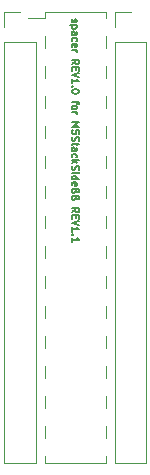
<source format=gbr>
G04 #@! TF.GenerationSoftware,KiCad,Pcbnew,5.0.0-rc3-6a2723a~65~ubuntu17.10.1*
G04 #@! TF.CreationDate,2018-07-07T11:56:26+09:00*
G04 #@! TF.ProjectId,spacer_pcb,7370616365725F7063622E6B69636164,rev?*
G04 #@! TF.SameCoordinates,Original*
G04 #@! TF.FileFunction,Legend,Top*
G04 #@! TF.FilePolarity,Positive*
%FSLAX46Y46*%
G04 Gerber Fmt 4.6, Leading zero omitted, Abs format (unit mm)*
G04 Created by KiCad (PCBNEW 5.0.0-rc3-6a2723a~65~ubuntu17.10.1) date Sat Jul  7 11:56:26 2018*
%MOMM*%
%LPD*%
G01*
G04 APERTURE LIST*
%ADD10C,0.150000*%
%ADD11C,0.120000*%
G04 APERTURE END LIST*
D10*
X135647142Y-62874114D02*
X135618571Y-62931257D01*
X135618571Y-63045542D01*
X135647142Y-63102685D01*
X135704285Y-63131257D01*
X135732857Y-63131257D01*
X135790000Y-63102685D01*
X135818571Y-63045542D01*
X135818571Y-62959828D01*
X135847142Y-62902685D01*
X135904285Y-62874114D01*
X135932857Y-62874114D01*
X135990000Y-62902685D01*
X136018571Y-62959828D01*
X136018571Y-63045542D01*
X135990000Y-63102685D01*
X136018571Y-63388400D02*
X135418571Y-63388400D01*
X135990000Y-63388400D02*
X136018571Y-63445542D01*
X136018571Y-63559828D01*
X135990000Y-63616971D01*
X135961428Y-63645542D01*
X135904285Y-63674114D01*
X135732857Y-63674114D01*
X135675714Y-63645542D01*
X135647142Y-63616971D01*
X135618571Y-63559828D01*
X135618571Y-63445542D01*
X135647142Y-63388400D01*
X135618571Y-64188400D02*
X135932857Y-64188400D01*
X135990000Y-64159828D01*
X136018571Y-64102685D01*
X136018571Y-63988400D01*
X135990000Y-63931257D01*
X135647142Y-64188400D02*
X135618571Y-64131257D01*
X135618571Y-63988400D01*
X135647142Y-63931257D01*
X135704285Y-63902685D01*
X135761428Y-63902685D01*
X135818571Y-63931257D01*
X135847142Y-63988400D01*
X135847142Y-64131257D01*
X135875714Y-64188400D01*
X135647142Y-64731257D02*
X135618571Y-64674114D01*
X135618571Y-64559828D01*
X135647142Y-64502685D01*
X135675714Y-64474114D01*
X135732857Y-64445542D01*
X135904285Y-64445542D01*
X135961428Y-64474114D01*
X135990000Y-64502685D01*
X136018571Y-64559828D01*
X136018571Y-64674114D01*
X135990000Y-64731257D01*
X135647142Y-65216971D02*
X135618571Y-65159828D01*
X135618571Y-65045542D01*
X135647142Y-64988400D01*
X135704285Y-64959828D01*
X135932857Y-64959828D01*
X135990000Y-64988400D01*
X136018571Y-65045542D01*
X136018571Y-65159828D01*
X135990000Y-65216971D01*
X135932857Y-65245542D01*
X135875714Y-65245542D01*
X135818571Y-64959828D01*
X135618571Y-65502685D02*
X136018571Y-65502685D01*
X135904285Y-65502685D02*
X135961428Y-65531257D01*
X135990000Y-65559828D01*
X136018571Y-65616971D01*
X136018571Y-65674114D01*
X135618571Y-66674114D02*
X135904285Y-66474114D01*
X135618571Y-66331257D02*
X136218571Y-66331257D01*
X136218571Y-66559828D01*
X136190000Y-66616971D01*
X136161428Y-66645542D01*
X136104285Y-66674114D01*
X136018571Y-66674114D01*
X135961428Y-66645542D01*
X135932857Y-66616971D01*
X135904285Y-66559828D01*
X135904285Y-66331257D01*
X135932857Y-66931257D02*
X135932857Y-67131257D01*
X135618571Y-67216971D02*
X135618571Y-66931257D01*
X136218571Y-66931257D01*
X136218571Y-67216971D01*
X136218571Y-67388400D02*
X135618571Y-67588400D01*
X136218571Y-67788400D01*
X135618571Y-68302685D02*
X135618571Y-67959828D01*
X135618571Y-68131257D02*
X136218571Y-68131257D01*
X136132857Y-68074114D01*
X136075714Y-68016971D01*
X136047142Y-67959828D01*
X135675714Y-68559828D02*
X135647142Y-68588400D01*
X135618571Y-68559828D01*
X135647142Y-68531257D01*
X135675714Y-68559828D01*
X135618571Y-68559828D01*
X136218571Y-68959828D02*
X136218571Y-69016971D01*
X136190000Y-69074114D01*
X136161428Y-69102685D01*
X136104285Y-69131257D01*
X135990000Y-69159828D01*
X135847142Y-69159828D01*
X135732857Y-69131257D01*
X135675714Y-69102685D01*
X135647142Y-69074114D01*
X135618571Y-69016971D01*
X135618571Y-68959828D01*
X135647142Y-68902685D01*
X135675714Y-68874114D01*
X135732857Y-68845542D01*
X135847142Y-68816971D01*
X135990000Y-68816971D01*
X136104285Y-68845542D01*
X136161428Y-68874114D01*
X136190000Y-68902685D01*
X136218571Y-68959828D01*
X136018571Y-69788400D02*
X136018571Y-70016971D01*
X135618571Y-69874114D02*
X136132857Y-69874114D01*
X136190000Y-69902685D01*
X136218571Y-69959828D01*
X136218571Y-70016971D01*
X135618571Y-70302685D02*
X135647142Y-70245542D01*
X135675714Y-70216971D01*
X135732857Y-70188400D01*
X135904285Y-70188400D01*
X135961428Y-70216971D01*
X135990000Y-70245542D01*
X136018571Y-70302685D01*
X136018571Y-70388400D01*
X135990000Y-70445542D01*
X135961428Y-70474114D01*
X135904285Y-70502685D01*
X135732857Y-70502685D01*
X135675714Y-70474114D01*
X135647142Y-70445542D01*
X135618571Y-70388400D01*
X135618571Y-70302685D01*
X135618571Y-70759828D02*
X136018571Y-70759828D01*
X135904285Y-70759828D02*
X135961428Y-70788400D01*
X135990000Y-70816971D01*
X136018571Y-70874114D01*
X136018571Y-70931257D01*
X135618571Y-71588400D02*
X136218571Y-71588400D01*
X135790000Y-71788400D01*
X136218571Y-71988400D01*
X135618571Y-71988400D01*
X136218571Y-72559828D02*
X136218571Y-72274114D01*
X135932857Y-72245542D01*
X135961428Y-72274114D01*
X135990000Y-72331257D01*
X135990000Y-72474114D01*
X135961428Y-72531257D01*
X135932857Y-72559828D01*
X135875714Y-72588400D01*
X135732857Y-72588400D01*
X135675714Y-72559828D01*
X135647142Y-72531257D01*
X135618571Y-72474114D01*
X135618571Y-72331257D01*
X135647142Y-72274114D01*
X135675714Y-72245542D01*
X135647142Y-72816971D02*
X135618571Y-72902685D01*
X135618571Y-73045542D01*
X135647142Y-73102685D01*
X135675714Y-73131257D01*
X135732857Y-73159828D01*
X135790000Y-73159828D01*
X135847142Y-73131257D01*
X135875714Y-73102685D01*
X135904285Y-73045542D01*
X135932857Y-72931257D01*
X135961428Y-72874114D01*
X135990000Y-72845542D01*
X136047142Y-72816971D01*
X136104285Y-72816971D01*
X136161428Y-72845542D01*
X136190000Y-72874114D01*
X136218571Y-72931257D01*
X136218571Y-73074114D01*
X136190000Y-73159828D01*
X136018571Y-73331257D02*
X136018571Y-73559828D01*
X136218571Y-73416971D02*
X135704285Y-73416971D01*
X135647142Y-73445542D01*
X135618571Y-73502685D01*
X135618571Y-73559828D01*
X135618571Y-74016971D02*
X135932857Y-74016971D01*
X135990000Y-73988400D01*
X136018571Y-73931257D01*
X136018571Y-73816971D01*
X135990000Y-73759828D01*
X135647142Y-74016971D02*
X135618571Y-73959828D01*
X135618571Y-73816971D01*
X135647142Y-73759828D01*
X135704285Y-73731257D01*
X135761428Y-73731257D01*
X135818571Y-73759828D01*
X135847142Y-73816971D01*
X135847142Y-73959828D01*
X135875714Y-74016971D01*
X135647142Y-74559828D02*
X135618571Y-74502685D01*
X135618571Y-74388400D01*
X135647142Y-74331257D01*
X135675714Y-74302685D01*
X135732857Y-74274114D01*
X135904285Y-74274114D01*
X135961428Y-74302685D01*
X135990000Y-74331257D01*
X136018571Y-74388400D01*
X136018571Y-74502685D01*
X135990000Y-74559828D01*
X135618571Y-74816971D02*
X136218571Y-74816971D01*
X135847142Y-74874114D02*
X135618571Y-75045542D01*
X136018571Y-75045542D02*
X135790000Y-74816971D01*
X135647142Y-75274114D02*
X135618571Y-75359828D01*
X135618571Y-75502685D01*
X135647142Y-75559828D01*
X135675714Y-75588400D01*
X135732857Y-75616971D01*
X135790000Y-75616971D01*
X135847142Y-75588400D01*
X135875714Y-75559828D01*
X135904285Y-75502685D01*
X135932857Y-75388400D01*
X135961428Y-75331257D01*
X135990000Y-75302685D01*
X136047142Y-75274114D01*
X136104285Y-75274114D01*
X136161428Y-75302685D01*
X136190000Y-75331257D01*
X136218571Y-75388400D01*
X136218571Y-75531257D01*
X136190000Y-75616971D01*
X135618571Y-75874114D02*
X136018571Y-75874114D01*
X136218571Y-75874114D02*
X136190000Y-75845542D01*
X136161428Y-75874114D01*
X136190000Y-75902685D01*
X136218571Y-75874114D01*
X136161428Y-75874114D01*
X135618571Y-76416971D02*
X136218571Y-76416971D01*
X135647142Y-76416971D02*
X135618571Y-76359828D01*
X135618571Y-76245542D01*
X135647142Y-76188400D01*
X135675714Y-76159828D01*
X135732857Y-76131257D01*
X135904285Y-76131257D01*
X135961428Y-76159828D01*
X135990000Y-76188400D01*
X136018571Y-76245542D01*
X136018571Y-76359828D01*
X135990000Y-76416971D01*
X135647142Y-76931257D02*
X135618571Y-76874114D01*
X135618571Y-76759828D01*
X135647142Y-76702685D01*
X135704285Y-76674114D01*
X135932857Y-76674114D01*
X135990000Y-76702685D01*
X136018571Y-76759828D01*
X136018571Y-76874114D01*
X135990000Y-76931257D01*
X135932857Y-76959828D01*
X135875714Y-76959828D01*
X135818571Y-76674114D01*
X135932857Y-77416971D02*
X135904285Y-77502685D01*
X135875714Y-77531257D01*
X135818571Y-77559828D01*
X135732857Y-77559828D01*
X135675714Y-77531257D01*
X135647142Y-77502685D01*
X135618571Y-77445542D01*
X135618571Y-77216971D01*
X136218571Y-77216971D01*
X136218571Y-77416971D01*
X136190000Y-77474114D01*
X136161428Y-77502685D01*
X136104285Y-77531257D01*
X136047142Y-77531257D01*
X135990000Y-77502685D01*
X135961428Y-77474114D01*
X135932857Y-77416971D01*
X135932857Y-77216971D01*
X135932857Y-78016971D02*
X135904285Y-78102685D01*
X135875714Y-78131257D01*
X135818571Y-78159828D01*
X135732857Y-78159828D01*
X135675714Y-78131257D01*
X135647142Y-78102685D01*
X135618571Y-78045542D01*
X135618571Y-77816971D01*
X136218571Y-77816971D01*
X136218571Y-78016971D01*
X136190000Y-78074114D01*
X136161428Y-78102685D01*
X136104285Y-78131257D01*
X136047142Y-78131257D01*
X135990000Y-78102685D01*
X135961428Y-78074114D01*
X135932857Y-78016971D01*
X135932857Y-77816971D01*
X135618571Y-79216971D02*
X135904285Y-79016971D01*
X135618571Y-78874114D02*
X136218571Y-78874114D01*
X136218571Y-79102685D01*
X136190000Y-79159828D01*
X136161428Y-79188400D01*
X136104285Y-79216971D01*
X136018571Y-79216971D01*
X135961428Y-79188400D01*
X135932857Y-79159828D01*
X135904285Y-79102685D01*
X135904285Y-78874114D01*
X135932857Y-79474114D02*
X135932857Y-79674114D01*
X135618571Y-79759828D02*
X135618571Y-79474114D01*
X136218571Y-79474114D01*
X136218571Y-79759828D01*
X136218571Y-79931257D02*
X135618571Y-80131257D01*
X136218571Y-80331257D01*
X135618571Y-80845542D02*
X135618571Y-80502685D01*
X135618571Y-80674114D02*
X136218571Y-80674114D01*
X136132857Y-80616971D01*
X136075714Y-80559828D01*
X136047142Y-80502685D01*
X135675714Y-81102685D02*
X135647142Y-81131257D01*
X135618571Y-81102685D01*
X135647142Y-81074114D01*
X135675714Y-81102685D01*
X135618571Y-81102685D01*
X135618571Y-81702685D02*
X135618571Y-81359828D01*
X135618571Y-81531257D02*
X136218571Y-81531257D01*
X136132857Y-81474114D01*
X136075714Y-81416971D01*
X136047142Y-81359828D01*
D11*
G04 #@! TO.C,J1*
X129890000Y-62220800D02*
X131220000Y-62220800D01*
X129890000Y-63550800D02*
X129890000Y-62220800D01*
X129890000Y-64820800D02*
X132550000Y-64820800D01*
X132550000Y-64820800D02*
X132550000Y-100440800D01*
X129890000Y-64820800D02*
X129890000Y-100440800D01*
X129890000Y-100440800D02*
X132550000Y-100440800D01*
G04 #@! TO.C,J2*
X133300000Y-62220800D02*
X138500000Y-62220800D01*
X133300000Y-100440800D02*
X138500000Y-100440800D01*
X131860000Y-62790800D02*
X133300000Y-62790800D01*
X133300000Y-62220800D02*
X133300000Y-62790800D01*
X138500000Y-62220800D02*
X138500000Y-62790800D01*
X133300000Y-99870800D02*
X133300000Y-100440800D01*
X138500000Y-99870800D02*
X138500000Y-100440800D01*
X133300000Y-64310800D02*
X133300000Y-65330800D01*
X138500000Y-64310800D02*
X138500000Y-65330800D01*
X133300000Y-66850800D02*
X133300000Y-67870800D01*
X138500000Y-66850800D02*
X138500000Y-67870800D01*
X133300000Y-69390800D02*
X133300000Y-70410800D01*
X138500000Y-69390800D02*
X138500000Y-70410800D01*
X133300000Y-71930800D02*
X133300000Y-72950800D01*
X138500000Y-71930800D02*
X138500000Y-72950800D01*
X133300000Y-74470800D02*
X133300000Y-75490800D01*
X138500000Y-74470800D02*
X138500000Y-75490800D01*
X133300000Y-77010800D02*
X133300000Y-78030800D01*
X138500000Y-77010800D02*
X138500000Y-78030800D01*
X133300000Y-79550800D02*
X133300000Y-80570800D01*
X138500000Y-79550800D02*
X138500000Y-80570800D01*
X133300000Y-82090800D02*
X133300000Y-83110800D01*
X138500000Y-82090800D02*
X138500000Y-83110800D01*
X133300000Y-84630800D02*
X133300000Y-85650800D01*
X138500000Y-84630800D02*
X138500000Y-85650800D01*
X133300000Y-87170800D02*
X133300000Y-88190800D01*
X138500000Y-87170800D02*
X138500000Y-88190800D01*
X133300000Y-89710800D02*
X133300000Y-90730800D01*
X138500000Y-89710800D02*
X138500000Y-90730800D01*
X133300000Y-92250800D02*
X133300000Y-93270800D01*
X138500000Y-92250800D02*
X138500000Y-93270800D01*
X133300000Y-94790800D02*
X133300000Y-95810800D01*
X138500000Y-94790800D02*
X138500000Y-95810800D01*
X133300000Y-97330800D02*
X133300000Y-98350800D01*
X138500000Y-97330800D02*
X138500000Y-98350800D01*
G04 #@! TO.C,J3*
X139250000Y-100440800D02*
X141910000Y-100440800D01*
X139250000Y-64820800D02*
X139250000Y-100440800D01*
X141910000Y-64820800D02*
X141910000Y-100440800D01*
X139250000Y-64820800D02*
X141910000Y-64820800D01*
X139250000Y-63550800D02*
X139250000Y-62220800D01*
X139250000Y-62220800D02*
X140580000Y-62220800D01*
G04 #@! TD*
M02*

</source>
